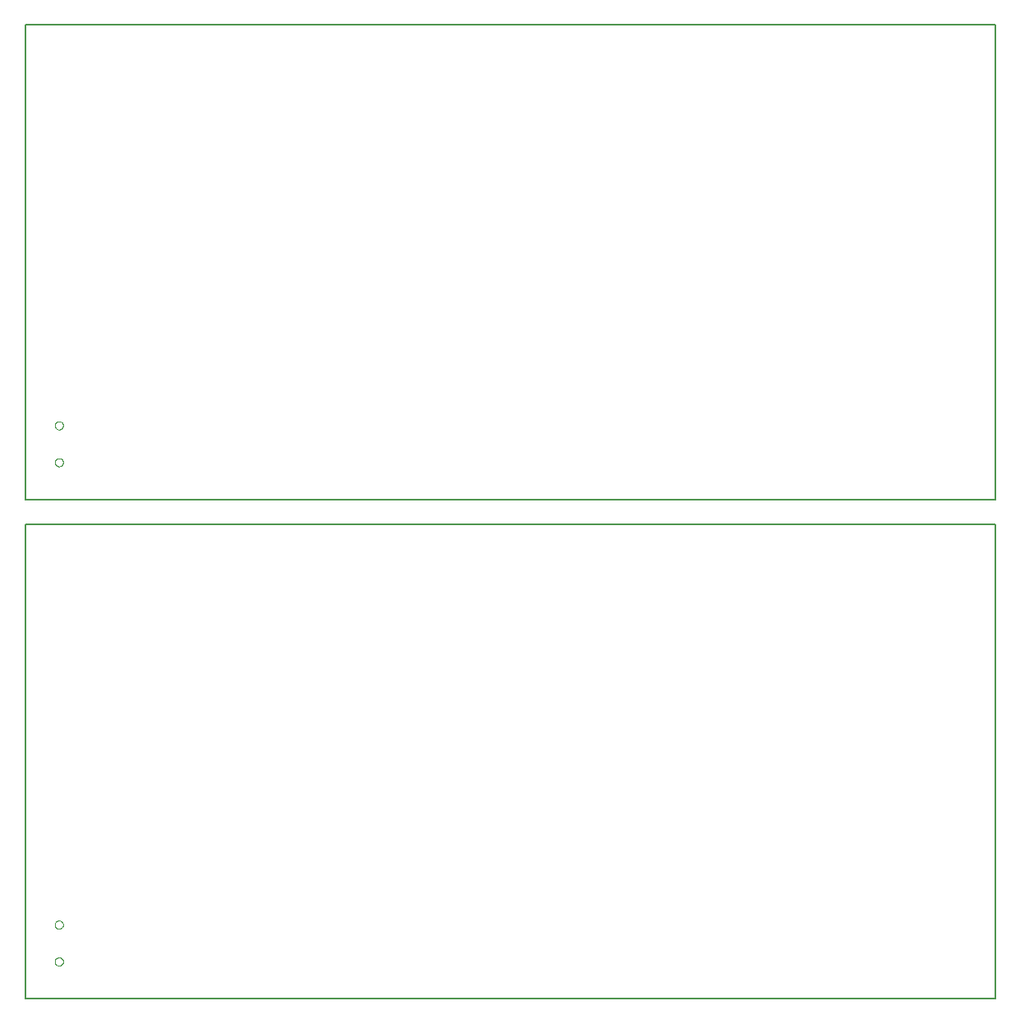
<source format=gko>
G75*
%MOIN*%
%OFA0B0*%
%FSLAX25Y25*%
%IPPOS*%
%LPD*%
%AMOC8*
5,1,8,0,0,1.08239X$1,22.5*
%
%ADD10C,0.00800*%
%ADD11C,0.00000*%
D10*
X0029295Y0001400D02*
X0029295Y0193861D01*
X0422996Y0193861D01*
X0422996Y0001400D01*
X0029295Y0001400D01*
X0029295Y0203900D02*
X0029295Y0396361D01*
X0422996Y0396361D01*
X0422996Y0203900D01*
X0029295Y0203900D01*
D11*
X0041284Y0218920D02*
X0041286Y0219001D01*
X0041292Y0219083D01*
X0041302Y0219164D01*
X0041316Y0219244D01*
X0041333Y0219323D01*
X0041355Y0219402D01*
X0041380Y0219479D01*
X0041409Y0219556D01*
X0041442Y0219630D01*
X0041479Y0219703D01*
X0041518Y0219774D01*
X0041562Y0219843D01*
X0041608Y0219910D01*
X0041658Y0219974D01*
X0041711Y0220036D01*
X0041767Y0220096D01*
X0041825Y0220152D01*
X0041887Y0220206D01*
X0041951Y0220257D01*
X0042017Y0220304D01*
X0042085Y0220348D01*
X0042156Y0220389D01*
X0042228Y0220426D01*
X0042303Y0220460D01*
X0042378Y0220490D01*
X0042456Y0220516D01*
X0042534Y0220539D01*
X0042613Y0220557D01*
X0042693Y0220572D01*
X0042774Y0220583D01*
X0042855Y0220590D01*
X0042937Y0220593D01*
X0043018Y0220592D01*
X0043099Y0220587D01*
X0043180Y0220578D01*
X0043261Y0220565D01*
X0043341Y0220548D01*
X0043419Y0220528D01*
X0043497Y0220503D01*
X0043574Y0220475D01*
X0043649Y0220443D01*
X0043722Y0220408D01*
X0043793Y0220369D01*
X0043863Y0220326D01*
X0043930Y0220281D01*
X0043996Y0220232D01*
X0044058Y0220180D01*
X0044118Y0220124D01*
X0044175Y0220066D01*
X0044230Y0220006D01*
X0044281Y0219942D01*
X0044329Y0219877D01*
X0044374Y0219809D01*
X0044416Y0219739D01*
X0044454Y0219667D01*
X0044489Y0219593D01*
X0044520Y0219518D01*
X0044547Y0219441D01*
X0044570Y0219363D01*
X0044590Y0219284D01*
X0044606Y0219204D01*
X0044618Y0219123D01*
X0044626Y0219042D01*
X0044630Y0218961D01*
X0044630Y0218879D01*
X0044626Y0218798D01*
X0044618Y0218717D01*
X0044606Y0218636D01*
X0044590Y0218556D01*
X0044570Y0218477D01*
X0044547Y0218399D01*
X0044520Y0218322D01*
X0044489Y0218247D01*
X0044454Y0218173D01*
X0044416Y0218101D01*
X0044374Y0218031D01*
X0044329Y0217963D01*
X0044281Y0217898D01*
X0044230Y0217834D01*
X0044175Y0217774D01*
X0044118Y0217716D01*
X0044058Y0217660D01*
X0043996Y0217608D01*
X0043930Y0217559D01*
X0043863Y0217514D01*
X0043794Y0217471D01*
X0043722Y0217432D01*
X0043649Y0217397D01*
X0043574Y0217365D01*
X0043497Y0217337D01*
X0043419Y0217312D01*
X0043341Y0217292D01*
X0043261Y0217275D01*
X0043180Y0217262D01*
X0043099Y0217253D01*
X0043018Y0217248D01*
X0042937Y0217247D01*
X0042855Y0217250D01*
X0042774Y0217257D01*
X0042693Y0217268D01*
X0042613Y0217283D01*
X0042534Y0217301D01*
X0042456Y0217324D01*
X0042378Y0217350D01*
X0042303Y0217380D01*
X0042228Y0217414D01*
X0042156Y0217451D01*
X0042085Y0217492D01*
X0042017Y0217536D01*
X0041951Y0217583D01*
X0041887Y0217634D01*
X0041825Y0217688D01*
X0041767Y0217744D01*
X0041711Y0217804D01*
X0041658Y0217866D01*
X0041608Y0217930D01*
X0041562Y0217997D01*
X0041518Y0218066D01*
X0041479Y0218137D01*
X0041442Y0218210D01*
X0041409Y0218284D01*
X0041380Y0218361D01*
X0041355Y0218438D01*
X0041333Y0218517D01*
X0041316Y0218596D01*
X0041302Y0218676D01*
X0041292Y0218757D01*
X0041286Y0218839D01*
X0041284Y0218920D01*
X0041284Y0233880D02*
X0041286Y0233961D01*
X0041292Y0234043D01*
X0041302Y0234124D01*
X0041316Y0234204D01*
X0041333Y0234283D01*
X0041355Y0234362D01*
X0041380Y0234439D01*
X0041409Y0234516D01*
X0041442Y0234590D01*
X0041479Y0234663D01*
X0041518Y0234734D01*
X0041562Y0234803D01*
X0041608Y0234870D01*
X0041658Y0234934D01*
X0041711Y0234996D01*
X0041767Y0235056D01*
X0041825Y0235112D01*
X0041887Y0235166D01*
X0041951Y0235217D01*
X0042017Y0235264D01*
X0042085Y0235308D01*
X0042156Y0235349D01*
X0042228Y0235386D01*
X0042303Y0235420D01*
X0042378Y0235450D01*
X0042456Y0235476D01*
X0042534Y0235499D01*
X0042613Y0235517D01*
X0042693Y0235532D01*
X0042774Y0235543D01*
X0042855Y0235550D01*
X0042937Y0235553D01*
X0043018Y0235552D01*
X0043099Y0235547D01*
X0043180Y0235538D01*
X0043261Y0235525D01*
X0043341Y0235508D01*
X0043419Y0235488D01*
X0043497Y0235463D01*
X0043574Y0235435D01*
X0043649Y0235403D01*
X0043722Y0235368D01*
X0043793Y0235329D01*
X0043863Y0235286D01*
X0043930Y0235241D01*
X0043996Y0235192D01*
X0044058Y0235140D01*
X0044118Y0235084D01*
X0044175Y0235026D01*
X0044230Y0234966D01*
X0044281Y0234902D01*
X0044329Y0234837D01*
X0044374Y0234769D01*
X0044416Y0234699D01*
X0044454Y0234627D01*
X0044489Y0234553D01*
X0044520Y0234478D01*
X0044547Y0234401D01*
X0044570Y0234323D01*
X0044590Y0234244D01*
X0044606Y0234164D01*
X0044618Y0234083D01*
X0044626Y0234002D01*
X0044630Y0233921D01*
X0044630Y0233839D01*
X0044626Y0233758D01*
X0044618Y0233677D01*
X0044606Y0233596D01*
X0044590Y0233516D01*
X0044570Y0233437D01*
X0044547Y0233359D01*
X0044520Y0233282D01*
X0044489Y0233207D01*
X0044454Y0233133D01*
X0044416Y0233061D01*
X0044374Y0232991D01*
X0044329Y0232923D01*
X0044281Y0232858D01*
X0044230Y0232794D01*
X0044175Y0232734D01*
X0044118Y0232676D01*
X0044058Y0232620D01*
X0043996Y0232568D01*
X0043930Y0232519D01*
X0043863Y0232474D01*
X0043794Y0232431D01*
X0043722Y0232392D01*
X0043649Y0232357D01*
X0043574Y0232325D01*
X0043497Y0232297D01*
X0043419Y0232272D01*
X0043341Y0232252D01*
X0043261Y0232235D01*
X0043180Y0232222D01*
X0043099Y0232213D01*
X0043018Y0232208D01*
X0042937Y0232207D01*
X0042855Y0232210D01*
X0042774Y0232217D01*
X0042693Y0232228D01*
X0042613Y0232243D01*
X0042534Y0232261D01*
X0042456Y0232284D01*
X0042378Y0232310D01*
X0042303Y0232340D01*
X0042228Y0232374D01*
X0042156Y0232411D01*
X0042085Y0232452D01*
X0042017Y0232496D01*
X0041951Y0232543D01*
X0041887Y0232594D01*
X0041825Y0232648D01*
X0041767Y0232704D01*
X0041711Y0232764D01*
X0041658Y0232826D01*
X0041608Y0232890D01*
X0041562Y0232957D01*
X0041518Y0233026D01*
X0041479Y0233097D01*
X0041442Y0233170D01*
X0041409Y0233244D01*
X0041380Y0233321D01*
X0041355Y0233398D01*
X0041333Y0233477D01*
X0041316Y0233556D01*
X0041302Y0233636D01*
X0041292Y0233717D01*
X0041286Y0233799D01*
X0041284Y0233880D01*
X0041284Y0031380D02*
X0041286Y0031461D01*
X0041292Y0031543D01*
X0041302Y0031624D01*
X0041316Y0031704D01*
X0041333Y0031783D01*
X0041355Y0031862D01*
X0041380Y0031939D01*
X0041409Y0032016D01*
X0041442Y0032090D01*
X0041479Y0032163D01*
X0041518Y0032234D01*
X0041562Y0032303D01*
X0041608Y0032370D01*
X0041658Y0032434D01*
X0041711Y0032496D01*
X0041767Y0032556D01*
X0041825Y0032612D01*
X0041887Y0032666D01*
X0041951Y0032717D01*
X0042017Y0032764D01*
X0042085Y0032808D01*
X0042156Y0032849D01*
X0042228Y0032886D01*
X0042303Y0032920D01*
X0042378Y0032950D01*
X0042456Y0032976D01*
X0042534Y0032999D01*
X0042613Y0033017D01*
X0042693Y0033032D01*
X0042774Y0033043D01*
X0042855Y0033050D01*
X0042937Y0033053D01*
X0043018Y0033052D01*
X0043099Y0033047D01*
X0043180Y0033038D01*
X0043261Y0033025D01*
X0043341Y0033008D01*
X0043419Y0032988D01*
X0043497Y0032963D01*
X0043574Y0032935D01*
X0043649Y0032903D01*
X0043722Y0032868D01*
X0043793Y0032829D01*
X0043863Y0032786D01*
X0043930Y0032741D01*
X0043996Y0032692D01*
X0044058Y0032640D01*
X0044118Y0032584D01*
X0044175Y0032526D01*
X0044230Y0032466D01*
X0044281Y0032402D01*
X0044329Y0032337D01*
X0044374Y0032269D01*
X0044416Y0032199D01*
X0044454Y0032127D01*
X0044489Y0032053D01*
X0044520Y0031978D01*
X0044547Y0031901D01*
X0044570Y0031823D01*
X0044590Y0031744D01*
X0044606Y0031664D01*
X0044618Y0031583D01*
X0044626Y0031502D01*
X0044630Y0031421D01*
X0044630Y0031339D01*
X0044626Y0031258D01*
X0044618Y0031177D01*
X0044606Y0031096D01*
X0044590Y0031016D01*
X0044570Y0030937D01*
X0044547Y0030859D01*
X0044520Y0030782D01*
X0044489Y0030707D01*
X0044454Y0030633D01*
X0044416Y0030561D01*
X0044374Y0030491D01*
X0044329Y0030423D01*
X0044281Y0030358D01*
X0044230Y0030294D01*
X0044175Y0030234D01*
X0044118Y0030176D01*
X0044058Y0030120D01*
X0043996Y0030068D01*
X0043930Y0030019D01*
X0043863Y0029974D01*
X0043794Y0029931D01*
X0043722Y0029892D01*
X0043649Y0029857D01*
X0043574Y0029825D01*
X0043497Y0029797D01*
X0043419Y0029772D01*
X0043341Y0029752D01*
X0043261Y0029735D01*
X0043180Y0029722D01*
X0043099Y0029713D01*
X0043018Y0029708D01*
X0042937Y0029707D01*
X0042855Y0029710D01*
X0042774Y0029717D01*
X0042693Y0029728D01*
X0042613Y0029743D01*
X0042534Y0029761D01*
X0042456Y0029784D01*
X0042378Y0029810D01*
X0042303Y0029840D01*
X0042228Y0029874D01*
X0042156Y0029911D01*
X0042085Y0029952D01*
X0042017Y0029996D01*
X0041951Y0030043D01*
X0041887Y0030094D01*
X0041825Y0030148D01*
X0041767Y0030204D01*
X0041711Y0030264D01*
X0041658Y0030326D01*
X0041608Y0030390D01*
X0041562Y0030457D01*
X0041518Y0030526D01*
X0041479Y0030597D01*
X0041442Y0030670D01*
X0041409Y0030744D01*
X0041380Y0030821D01*
X0041355Y0030898D01*
X0041333Y0030977D01*
X0041316Y0031056D01*
X0041302Y0031136D01*
X0041292Y0031217D01*
X0041286Y0031299D01*
X0041284Y0031380D01*
X0041284Y0016420D02*
X0041286Y0016501D01*
X0041292Y0016583D01*
X0041302Y0016664D01*
X0041316Y0016744D01*
X0041333Y0016823D01*
X0041355Y0016902D01*
X0041380Y0016979D01*
X0041409Y0017056D01*
X0041442Y0017130D01*
X0041479Y0017203D01*
X0041518Y0017274D01*
X0041562Y0017343D01*
X0041608Y0017410D01*
X0041658Y0017474D01*
X0041711Y0017536D01*
X0041767Y0017596D01*
X0041825Y0017652D01*
X0041887Y0017706D01*
X0041951Y0017757D01*
X0042017Y0017804D01*
X0042085Y0017848D01*
X0042156Y0017889D01*
X0042228Y0017926D01*
X0042303Y0017960D01*
X0042378Y0017990D01*
X0042456Y0018016D01*
X0042534Y0018039D01*
X0042613Y0018057D01*
X0042693Y0018072D01*
X0042774Y0018083D01*
X0042855Y0018090D01*
X0042937Y0018093D01*
X0043018Y0018092D01*
X0043099Y0018087D01*
X0043180Y0018078D01*
X0043261Y0018065D01*
X0043341Y0018048D01*
X0043419Y0018028D01*
X0043497Y0018003D01*
X0043574Y0017975D01*
X0043649Y0017943D01*
X0043722Y0017908D01*
X0043793Y0017869D01*
X0043863Y0017826D01*
X0043930Y0017781D01*
X0043996Y0017732D01*
X0044058Y0017680D01*
X0044118Y0017624D01*
X0044175Y0017566D01*
X0044230Y0017506D01*
X0044281Y0017442D01*
X0044329Y0017377D01*
X0044374Y0017309D01*
X0044416Y0017239D01*
X0044454Y0017167D01*
X0044489Y0017093D01*
X0044520Y0017018D01*
X0044547Y0016941D01*
X0044570Y0016863D01*
X0044590Y0016784D01*
X0044606Y0016704D01*
X0044618Y0016623D01*
X0044626Y0016542D01*
X0044630Y0016461D01*
X0044630Y0016379D01*
X0044626Y0016298D01*
X0044618Y0016217D01*
X0044606Y0016136D01*
X0044590Y0016056D01*
X0044570Y0015977D01*
X0044547Y0015899D01*
X0044520Y0015822D01*
X0044489Y0015747D01*
X0044454Y0015673D01*
X0044416Y0015601D01*
X0044374Y0015531D01*
X0044329Y0015463D01*
X0044281Y0015398D01*
X0044230Y0015334D01*
X0044175Y0015274D01*
X0044118Y0015216D01*
X0044058Y0015160D01*
X0043996Y0015108D01*
X0043930Y0015059D01*
X0043863Y0015014D01*
X0043794Y0014971D01*
X0043722Y0014932D01*
X0043649Y0014897D01*
X0043574Y0014865D01*
X0043497Y0014837D01*
X0043419Y0014812D01*
X0043341Y0014792D01*
X0043261Y0014775D01*
X0043180Y0014762D01*
X0043099Y0014753D01*
X0043018Y0014748D01*
X0042937Y0014747D01*
X0042855Y0014750D01*
X0042774Y0014757D01*
X0042693Y0014768D01*
X0042613Y0014783D01*
X0042534Y0014801D01*
X0042456Y0014824D01*
X0042378Y0014850D01*
X0042303Y0014880D01*
X0042228Y0014914D01*
X0042156Y0014951D01*
X0042085Y0014992D01*
X0042017Y0015036D01*
X0041951Y0015083D01*
X0041887Y0015134D01*
X0041825Y0015188D01*
X0041767Y0015244D01*
X0041711Y0015304D01*
X0041658Y0015366D01*
X0041608Y0015430D01*
X0041562Y0015497D01*
X0041518Y0015566D01*
X0041479Y0015637D01*
X0041442Y0015710D01*
X0041409Y0015784D01*
X0041380Y0015861D01*
X0041355Y0015938D01*
X0041333Y0016017D01*
X0041316Y0016096D01*
X0041302Y0016176D01*
X0041292Y0016257D01*
X0041286Y0016339D01*
X0041284Y0016420D01*
M02*

</source>
